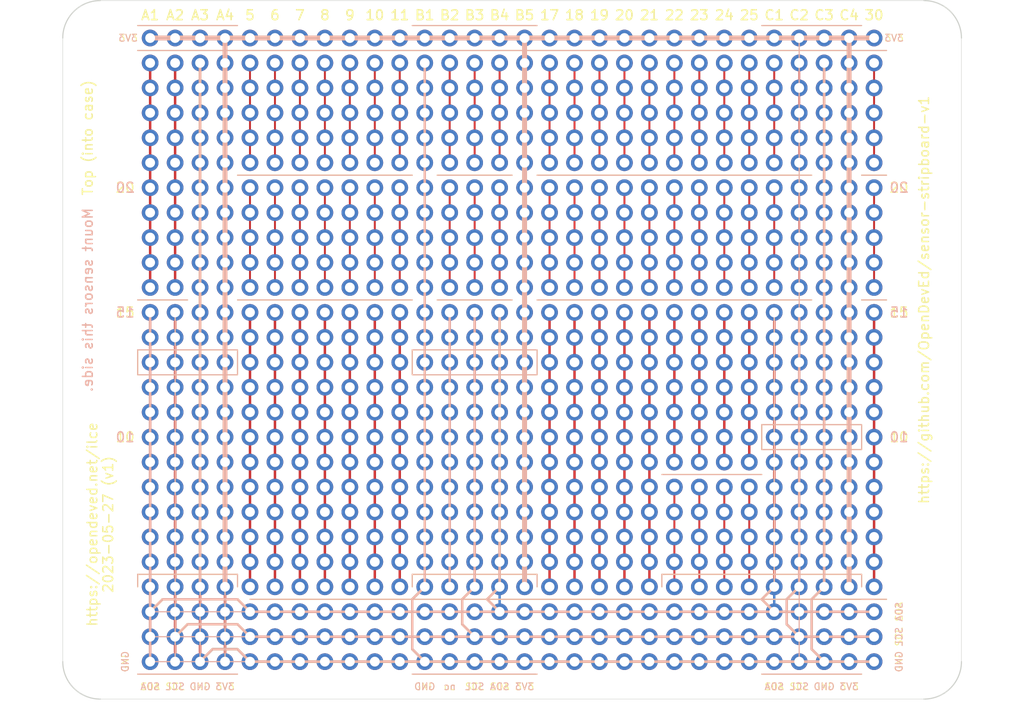
<source format=kicad_pcb>
(kicad_pcb (version 20211014) (generator pcbnew)
  (layers (0 "F.Cu" signal) (31 "B.Cu" signal) (34 "B.Paste" user) (35 "F.Paste" user) (36 "B.SilkS" user "B.Silkscreen") (37 "F.SilkS" user "F.Silkscreen") (38 "B.Mask" user) (39 "F.Mask" user) (44 "Edge.Cuts" user))
  (net 0 "")
  (net 1 "3V3")
  (net 2 "GND")
  (net 3 "SDA")
  (net 4 "SCL")
  (footprint "stripboard-library:PinHeader_1x26_P2.54mm_Vertical-Custom" (layer "F.Cu") (at 86.36 50.8)
    (fp_text reference "B4")
    (fp_text value "P")
  )
  (footprint "stripboard-library:PinHeader_1x26_P2.54mm_Vertical-Custom" (layer "F.Cu") (at 91.44 50.8)
    (fp_text reference "17")
    (fp_text value "P")
  )
  (footprint "stripboard-library:PinHeader_1x26_P2.54mm_Vertical-Custom" (layer "F.Cu") (at 114.3 50.8)
    (fp_text reference "C1")
    (fp_text value "P")
  )
  (footprint "stripboard-library:PinHeader_1x26_P2.54mm_Vertical-Custom" (layer "F.Cu") (at 111.76 50.8)
    (fp_text reference "25")
    (fp_text value "P")
  )
  (footprint "stripboard-library:PinHeader_1x26_P2.54mm_Vertical-Custom" (layer "F.Cu") (at 66.04 50.8)
    (fp_text reference "7")
    (fp_text value "P")
  )
  (footprint "stripboard-library:PinHeader_1x26_P2.54mm_Vertical-Custom" (layer "F.Cu") (at 71.12 50.8)
    (fp_text reference "9")
    (fp_text value "P")
  )
  (footprint "stripboard-library:PinHeader_1x26_P2.54mm_Vertical-Custom" (layer "F.Cu") (at 93.98 50.8)
    (fp_text reference "18")
    (fp_text value "P")
  )
  (footprint "stripboard-library:PinHeader_1x26_P2.54mm_Vertical-Custom" (layer "F.Cu") (at 88.9 50.8)
    (fp_text reference "B5")
    (fp_text value "P")
  )
  (footprint "stripboard-library:PinHeader_1x26_P2.54mm_Vertical-Custom" (layer "F.Cu") (at 53.34 50.8)
    (fp_text reference "A2")
    (fp_text value "P")
  )
  (footprint "MountingHole:MountingHole_2.7mm_M2.5" (layer "F.Cu") (at 45.72 114.3)
    (fp_text reference "REF**" hide)
    (fp_text value "MountingHole_2.7mm_M2.5")
  )
  (footprint "stripboard-library:PinHeader_1x26_P2.54mm_Vertical-Custom" (layer "F.Cu") (at 109.22 50.8)
    (fp_text reference "24")
    (fp_text value "P")
  )
  (footprint "stripboard-library:PinHeader_1x26_P2.54mm_Vertical-Custom" (layer "F.Cu") (at 58.42 50.8)
    (fp_text reference "A4")
    (fp_text value "P")
  )
  (footprint "stripboard-library:PinHeader_1x26_P2.54mm_Vertical-Custom" (layer "F.Cu") (at 63.5 50.8)
    (fp_text reference "6")
    (fp_text value "P")
  )
  (footprint "stripboard-library:PinHeader_1x26_P2.54mm_Vertical-Custom" (layer "F.Cu") (at 73.66 50.8)
    (fp_text reference "10")
    (fp_text value "P")
  )
  (footprint "stripboard-library:PinHeader_1x26_P2.54mm_Vertical-Custom" (layer "F.Cu") (at 68.58 50.8)
    (fp_text reference "8")
    (fp_text value "P")
  )
  (footprint "MountingHole:MountingHole_2.7mm_M2.5" (layer "F.Cu") (at 129.54 50.8)
    (fp_text reference "REF**" hide)
    (fp_text value "MountingHole_2.7mm_M2.5")
  )
  (footprint "stripboard-library:PinHeader_1x26_P2.54mm_Vertical-Custom" (layer "F.Cu") (at 124.46 50.8)
    (fp_text reference "30")
    (fp_text value "P")
  )
  (footprint "stripboard-library:PinHeader_1x26_P2.54mm_Vertical-Custom" (layer "F.Cu") (at 101.6 50.8)
    (fp_text reference "21")
    (fp_text value "P")
  )
  (footprint "stripboard-library:PinHeader_1x26_P2.54mm_Vertical-Custom" (layer "F.Cu") (at 104.14 50.8)
    (fp_text reference "22")
    (fp_text value "P")
  )
  (footprint "stripboard-library:PinHeader_1x26_P2.54mm_Vertical-Custom" (layer "F.Cu") (at 81.28 50.8)
    (fp_text reference "B2")
    (fp_text value "P")
  )
  (footprint "stripboard-library:PinHeader_1x26_P2.54mm_Vertical-Custom" (layer "F.Cu") (at 83.82 50.8)
    (fp_text reference "B3")
    (fp_text value "P")
  )
  (footprint "stripboard-library:PinHeader_1x26_P2.54mm_Vertical-Custom" (layer "F.Cu") (at 121.92 50.8)
    (fp_text reference "C4")
    (fp_text value "P")
  )
  (footprint "stripboard-library:PinHeader_1x26_P2.54mm_Vertical-Custom" (layer "F.Cu") (at 60.96 50.8)
    (fp_text reference "5")
    (fp_text value "P")
  )
  (footprint "stripboard-library:PinHeader_1x26_P2.54mm_Vertical-Custom" (layer "F.Cu") (at 99.06 50.8)
    (fp_text reference "20")
    (fp_text value "P")
  )
  (footprint "stripboard-library:PinHeader_1x26_P2.54mm_Vertical-Custom" (layer "F.Cu") (at 106.68 50.8)
    (fp_text reference "23")
    (fp_text value "P")
  )
  (footprint "MountingHole:MountingHole_2.7mm_M2.5" (layer "F.Cu") (at 129.54 114.3)
    (fp_text reference "REF**" hide)
    (fp_text value "MountingHole_2.7mm_M2.5")
  )
  (footprint "stripboard-library:PinHeader_1x26_P2.54mm_Vertical-Custom" (layer "F.Cu") (at 76.2 50.8)
    (fp_text reference "11")
    (fp_text value "P")
  )
  (footprint "stripboard-library:PinHeader_1x26_P2.54mm_Vertical-Custom" (layer "F.Cu") (at 116.84 50.8)
    (fp_text reference "C2")
    (fp_text value "P")
  )
  (footprint "stripboard-library:PinHeader_1x26_P2.54mm_Vertical-Custom" (layer "F.Cu") (at 119.38 50.8)
    (fp_text reference "C3")
    (fp_text value "P")
  )
  (footprint "MountingHole:MountingHole_2.7mm_M2.5" (layer "F.Cu") (at 45.72 50.8)
    (fp_text reference "REF**" hide)
    (fp_text value "MountingHole_2.7mm_M2.5")
  )
  (footprint "stripboard-library:PinHeader_1x26_P2.54mm_Vertical-Custom" (layer "F.Cu") (at 50.8 50.8)
    (fp_text reference "A1")
    (fp_text value "P")
  )
  (footprint "stripboard-library:PinHeader_1x26_P2.54mm_Vertical-Custom" (layer "F.Cu") (at 78.74 50.8)
    (fp_text reference "B1")
    (fp_text value "P")
  )
  (footprint "stripboard-library:PinHeader_1x26_P2.54mm_Vertical-Custom" (layer "F.Cu") (at 55.88 50.8)
    (fp_text reference "A3")
    (fp_text value "P")
  )
  (footprint "stripboard-library:PinHeader_1x26_P2.54mm_Vertical-Custom" (layer "F.Cu") (at 96.52 50.8)
    (fp_text reference "19")
    (fp_text value "P")
  )
  (gr_line (start 49.53 49.53) (end 59.69 49.53) (layer "B.SilkS") (width 0.12))
  (gr_line (start 118.11 77.47) (end 90.17 77.47) (layer "B.SilkS") (width 0.12))
  (gr_line (start 87.63 64.77) (end 80.01 64.77) (layer "B.SilkS") (width 0.12))
  (gr_line (start 119.38 106.68) (end 119.38 53.34) (layer "B.SilkS") (width 0.25))
  (gr_line (start 83.82 78.74) (end 83.82 106.68) (layer "B.SilkS") (width 0.25))
  (gr_line (start 118.11 107.95) (end 118.11 113.03) (layer "B.SilkS") (width 0.25))
  (gr_line (start 124.46 111.76) (end 60.96 111.76) (layer "B.SilkS") (width 0.25))
  (gr_line (start 125.73 52.07) (end 49.53 52.07) (layer "B.SilkS") (width 0.12))
  (gr_line (start 113.03 115.57) (end 123.19 115.57) (layer "B.SilkS") (width 0.12))
  (gr_line (start 77.47 106.68) (end 77.47 105.41) (layer "B.SilkS") (width 0.12))
  (gr_line (start 60.96 114.3) (end 124.46 114.3) (layer "B.SilkS") (width 0.25))
  (gr_line (start 115.57 107.95) (end 115.57 110.49) (layer "B.SilkS") (width 0.25))
  (gr_line (start 77.47 115.57) (end 90.17 115.57) (layer "B.SilkS") (width 0.12))
  (gr_line (start 118.11 64.77) (end 90.17 64.77) (layer "B.SilkS") (width 0.12))
  (gr_line (start 59.69 113.03) (end 57.15 113.03) (layer "B.SilkS") (width 0.25))
  (gr_line (start 58.42 106.68) (end 58.42 114.3) (layer "B.SilkS") (width 0.12))
  (gr_line (start 55.88 53.34) (end 55.88 106.68) (layer "B.SilkS") (width 0.25))
  (gr_line (start 53.34 111.76) (end 54.61 110.49) (layer "B.SilkS") (width 0.25))
  (gr_line (start 114.3 106.68) (end 113.03 107.95) (layer "B.SilkS") (width 0.25))
  (gr_line (start 116.84 106.68) (end 115.57 107.95) (layer "B.SilkS") (width 0.25))
  (gr_line (start 102.87 106.68) (end 102.87 105.41) (layer "B.SilkS") (width 0.12))
  (gr_line (start 124.46 107.95) (end 123.19 107.95) (layer "B.SilkS") (width 0.12))
  (gr_line (start 78.74 106.68) (end 78.74 53.34) (layer "B.SilkS") (width 0.25))
  (gr_line (start 60.96 114.3) (end 59.69 113.03) (layer "B.SilkS") (width 0.25))
  (gr_line (start 116.84 106.68) (end 116.84 78.74) (layer "B.SilkS") (width 0.25))
  (gr_line (start 49.53 105.41) (end 59.69 105.41) (layer "B.SilkS") (width 0.12))
  (gr_line (start 78.74 106.68) (end 77.47 107.95) (layer "B.SilkS") (width 0.25))
  (gr_line (start 77.47 107.95) (end 77.47 113.03) (layer "B.SilkS") (width 0.25))
  (gr_line (start 77.47 105.41) (end 90.17 105.41) (layer "B.SilkS") (width 0.12))
  (gr_line (start 60.96 109.22) (end 59.69 107.95) (layer "B.SilkS") (width 0.25))
  (gr_line (start 55.88 106.68) (end 55.88 114.3) (layer "B.SilkS") (width 0.12))
  (gr_line (start 53.34 106.68) (end 53.34 78.74) (layer "B.SilkS") (width 0.12))
  (gr_line (start 82.55 110.49) (end 83.82 111.76) (layer "B.SilkS") (width 0.25))
  (gr_line (start 87.63 77.47) (end 80.01 77.47) (layer "B.SilkS") (width 0.12))
  (gr_line (start 53.34 106.68) (end 53.34 114.3) (layer "B.SilkS") (width 0.12))
  (gr_line (start 118.11 113.03) (end 119.38 114.3) (layer "B.SilkS") (width 0.25))
  (gr_line (start 86.36 106.68) (end 86.36 78.74) (layer "B.SilkS") (width 0.25))
  (gr_line (start 115.57 110.49) (end 116.84 111.76) (layer "B.SilkS") (width 0.25))
  (gr_line (start 123.19 77.47) (end 125.73 77.47) (layer "B.SilkS") (width 0.12))
  (gr_line (start 58.42 106.68) (end 58.42 50.8) (layer "B.SilkS") (width 0.5))
  (gr_line (start 59.69 107.95) (end 52.07 107.95) (layer "B.SilkS") (width 0.25))
  (gr_line (start 59.69 110.49) (end 60.96 111.76) (layer "B.SilkS") (width 0.25))
  (gr_line (start 102.87 95.25) (end 113.03 95.25) (layer "B.SilkS") (width 0.12))
  (gr_line (start 123.19 64.77) (end 125.73 64.77) (layer "B.SilkS") (width 0.12))
  (gr_line (start 77.47 113.03) (end 78.74 114.3) (layer "B.SilkS") (width 0.25))
  (gr_line (start 55.88 114.3) (end 57.15 113.03) (layer "B.SilkS") (width 0.25))
  (gr_line (start 77.47 64.77) (end 59.69 64.77) (layer "B.SilkS") (width 0.12))
  (gr_line (start 50.8 50.8) (end 124.46 50.8) (layer "B.SilkS") (width 0.5))
  (gr_line (start 102.87 105.41) (end 123.19 105.41) (layer "B.SilkS") (width 0.12))
  (gr_line (start 50.8 78.74) (end 50.8 114.3) (layer "B.SilkS") (width 0.12))
  (gr_rect (start 77.47 82.55) (end 90.17 85.09) (layer "B.SilkS") (width 0.12) (fill none))
  (gr_rect (start 49.53 82.55) (end 59.69 85.09) (layer "B.SilkS") (width 0.12) (fill none))
  (gr_line (start 85.09 107.95) (end 86.36 106.68) (layer "B.SilkS") (width 0.25))
  (gr_line (start 77.47 77.47) (end 59.69 77.47) (layer "B.SilkS") (width 0.12))
  (gr_line (start 54.61 77.47) (end 49.53 77.47) (layer "B.SilkS") (width 0.12))
  (gr_line (start 52.07 107.95) (end 50.8 109.22) (layer "B.SilkS") (width 0.25))
  (gr_rect (start 123.19 92.71) (end 113.03 90.17) (layer "B.SilkS") (width 0.12) (fill none))
  (gr_line (start 121.92 50.8) (end 121.92 106.68) (layer "B.SilkS") (width 0.5))
  (gr_line (start 113.03 49.53) (end 123.19 49.53) (layer "B.SilkS") (width 0.12))
  (gr_line (start 85.09 107.95) (end 86.36 109.22) (layer "B.SilkS") (width 0.25))
  (gr_line (start 114.3 78.74) (end 114.3 106.68) (layer "B.SilkS") (width 0.12))
  (gr_line (start 49.53 115.57) (end 59.69 115.57) (layer "B.SilkS") (width 0.12))
  (gr_line (start 114.3 109.22) (end 113.03 107.95) (layer "B.SilkS") (width 0.25))
  (gr_line (start 60.96 109.22) (end 124.46 109.22) (layer "B.SilkS") (width 0.25))
  (gr_line (start 50.8 50.8) (end 124.46 50.8) (layer "B.SilkS") (width 0.12))
  (gr_line (start 114.3 111.76) (end 50.8 111.76) (layer "B.SilkS") (width 0.12))
  (gr_line (start 88.9 106.68) (end 88.9 50.8) (layer "B.SilkS") (width 0.5))
  (gr_line (start 119.38 106.68) (end 118.11 107.95) (layer "B.SilkS") (width 0.25))
  (gr_line (start 114.3 109.22) (end 50.8 109.22) (layer "B.SilkS") (width 0.12))
  (gr_line (start 50.8 114.3) (end 50.8 78.74) (layer "B.SilkS") (width 0.25))
  (gr_line (start 81.28 106.68) (end 81.28 78.74) (layer "B.SilkS") (width 0.25))
  (gr_line (start 77.47 49.53) (end 90.17 49.53) (layer "B.SilkS") (width 0.12))
  (gr_line (start 59.69 105.41) (end 59.69 106.68) (layer "B.SilkS") (width 0.12))
  (gr_line (start 49.53 106.68) (end 49.53 105.41) (layer "B.SilkS") (width 0.12))
  (gr_line (start 116.84 114.3) (end 116.84 50.8) (layer "B.SilkS") (width 0.12))
  (gr_line (start 121.92 106.68) (end 121.92 53.34) (layer "B.SilkS") (width 0.25))
  (gr_line (start 59.69 110.49) (end 54.61 110.49) (layer "B.SilkS") (width 0.25))
  (gr_line (start 123.19 106.68) (end 123.19 105.41) (layer "B.SilkS") (width 0.12))
  (gr_line (start 83.82 106.68) (end 82.55 107.95) (layer "B.SilkS") (width 0.25))
  (gr_line (start 82.55 107.95) (end 82.55 110.49) (layer "B.SilkS") (width 0.25))
  (gr_line (start 50.8 114.3) (end 114.3 114.3) (layer "B.SilkS") (width 0.12))
  (gr_line (start 125.73 107.95) (end 60.96 107.95) (layer "B.SilkS") (width 0.12))
  (gr_line (start 90.17 105.41) (end 90.17 106.68) (layer "B.SilkS") (width 0.12))
  (gr_line (start 90.17 105.41) (end 90.17 106.68) (layer "F.SilkS") (width 0.12))
  (gr_line (start 114.3 106.68) (end 113.03 107.95) (layer "F.SilkS") (width 0.25))
  (gr_line (start 49.53 105.41) (end 59.69 105.41) (layer "F.SilkS") (width 0.12))
  (gr_line (start 49.53 49.53) (end 59.69 49.53) (layer "F.SilkS") (width 0.12))
  (gr_line (start 114.3 109.22) (end 113.03 107.95) (layer "F.SilkS") (width 0.25))
  (gr_line (start 121.92 106.68) (end 121.92 53.34) (layer "F.SilkS") (width 0.25))
  (gr_line (start 60.96 114.3) (end 59.69 113.03) (layer "F.SilkS") (width 0.25))
  (gr_line (start 49.53 115.57) (end 59.69 115.57) (layer "F.SilkS") (width 0.12))
  (gr_rect (start 49.53 82.55) (end 59.69 85.09) (layer "F.SilkS") (width 0.12) (fill none))
  (gr_line (start 77.47 49.53) (end 90.17 49.53) (layer "F.SilkS") (width 0.12))
  (gr_line (start 115.57 110.49) (end 116.84 111.76) (layer "F.SilkS") (width 0.25))
  (gr_line (start 87.63 77.47) (end 80.01 77.47) (layer "F.SilkS") (width 0.12))
  (gr_line (start 114.3 109.22) (end 60.96 109.22) (layer "F.SilkS") (width 0.12))
  (gr_line (start 83.82 78.74) (end 83.82 106.68) (layer "F.SilkS") (width 0.12))
  (gr_line (start 125.73 107.95) (end 60.96 107.95) (layer "F.SilkS") (width 0.12))
  (gr_line (start 88.9 106.68) (end 88.9 50.8) (layer "F.SilkS") (width 0.5))
  (gr_rect (start 77.47 82.55) (end 90.17 85.09) (layer "F.SilkS") (width 0.12) (fill none))
  (gr_rect (start 123.19 92.71) (end 113.03 90.17) (layer "F.SilkS") (width 0.12) (fill none))
  (gr_line (start 50.8 78.74) (end 50.8 114.3) (layer "F.SilkS") (width 0.12))
  (gr_line (start 60.96 109.22) (end 59.69 107.95) (layer "F.SilkS") (width 0.25))
  (gr_line (start 58.42 106.68) (end 58.42 114.3) (layer "F.SilkS") (width 0.12))
  (gr_line (start 77.47 113.03) (end 78.74 114.3) (layer "F.SilkS") (width 0.25))
  (gr_line (start 60.96 109.22) (end 124.46 109.22) (layer "F.SilkS") (width 0.12))
  (gr_line (start 52.07 107.95) (end 50.8 109.22) (layer "F.SilkS") (width 0.25))
  (gr_line (start 82.55 107.95) (end 82.55 110.49) (layer "F.SilkS") (width 0.25))
  (gr_line (start 50.8 50.8) (end 124.46 50.8) (layer "F.SilkS") (width 0.5))
  (gr_line (start 116.84 106.68) (end 115.57 107.95) (layer "F.SilkS") (width 0.25))
  (gr_line (start 49.53 106.68) (end 49.53 105.41) (layer "F.SilkS") (width 0.12))
  (gr_line (start 118.11 77.47) (end 90.17 77.47) (layer "F.SilkS") (width 0.12))
  (gr_line (start 116.84 106.68) (end 116.84 78.74) (layer "F.SilkS") (width 0.12))
  (gr_line (start 87.63 64.77) (end 80.01 64.77) (layer "F.SilkS") (width 0.12))
  (gr_line (start 85.09 107.95) (end 86.36 109.22) (layer "F.SilkS") (width 0.25))
  (gr_line (start 121.92 50.8) (end 121.92 106.68) (layer "F.SilkS") (width 0.5))
  (gr_line (start 119.38 106.68) (end 119.38 53.34) (layer "F.SilkS") (width 0.25))
  (gr_line (start 82.55 110.49) (end 83.82 111.76) (layer "F.SilkS") (width 0.25))
  (gr_line (start 77.47 64.77) (end 59.69 64.77) (layer "F.SilkS") (width 0.12))
  (gr_line (start 77.47 105.41) (end 90.17 105.41) (layer "F.SilkS") (width 0.12))
  (gr_line (start 60.96 114.3) (end 124.46 114.3) (layer "F.SilkS") (width 0.25))
  (gr_line (start 125.73 52.07) (end 49.53 52.07) (layer "F.SilkS") (width 0.12))
  (gr_line (start 55.88 106.68) (end 55.88 114.3) (layer "F.SilkS") (width 0.12))
  (gr_line (start 118.11 113.03) (end 119.38 114.3) (layer "F.SilkS") (width 0.25))
  (gr_line (start 55.88 114.3) (end 57.15 113.03) (layer "F.SilkS") (width 0.25))
  (gr_line (start 59.69 110.49) (end 60.96 111.76) (layer "F.SilkS") (width 0.25))
  (gr_line (start 54.61 77.47) (end 49.53 77.47) (layer "F.SilkS") (width 0.12))
  (gr_line (start 77.47 107.95) (end 77.47 113.03) (layer "F.SilkS") (width 0.25))
  (gr_line (start 115.57 107.95) (end 115.57 110.49) (layer "F.SilkS") (width 0.25))
  (gr_line (start 123.19 106.68) (end 123.19 105.41) (layer "F.SilkS") (width 0.12))
  (gr_line (start 118.11 64.77) (end 90.17 64.77) (layer "F.SilkS") (width 0.12))
  (gr_line (start 50.8 50.8) (end 124.46 50.8) (layer "F.SilkS") (width 0.12))
  (gr_line (start 102.87 105.41) (end 123.19 105.41) (layer "F.SilkS") (width 0.12))
  (gr_line (start 55.88 53.34) (end 55.88 106.68) (layer "F.SilkS") (width 0.25))
  (gr_line (start 124.46 111.76) (end 60.96 111.76) (layer "F.SilkS") (width 0.12))
  (gr_line (start 86.36 106.68) (end 86.36 78.74) (layer "F.SilkS") (width 0.25))
  (gr_line (start 59.69 113.03) (end 57.15 113.03) (layer "F.SilkS") (width 0.25))
  (gr_line (start 59.69 110.49) (end 54.61 110.49) (layer "F.SilkS") (width 0.25))
  (gr_line (start 53.34 106.68) (end 53.34 78.74) (layer "F.SilkS") (width 0.12))
  (gr_line (start 124.46 107.95) (end 123.19 107.95) (layer "F.SilkS") (width 0.12))
  (gr_line (start 58.42 106.68) (end 58.42 50.8) (layer "F.SilkS") (width 0.5))
  (gr_line (start 59.69 105.41) (end 59.69 106.68) (layer "F.SilkS") (width 0.12))
  (gr_line (start 83.82 106.68) (end 82.55 107.95) (layer "F.SilkS") (width 0.25))
  (gr_line (start 119.38 106.68) (end 119.38 53.34) (layer "F.SilkS") (width 0.12))
  (gr_line (start 53.34 111.76) (end 54.61 110.49) (layer "F.SilkS") (width 0.25))
  (gr_line (start 114.3 78.74) (end 114.3 106.68) (layer "F.SilkS") (width 0.12))
  (gr_line (start 102.87 106.68) (end 102.87 105.41) (layer "F.SilkS") (width 0.12))
  (gr_line (start 59.69 107.95) (end 52.07 107.95) (layer "F.SilkS") (width 0.25))
  (gr_line (start 123.19 64.77) (end 125.73 64.77) (layer "F.SilkS") (width 0.12))
  (gr_line (start 77.47 115.57) (end 90.17 115.57) (layer "F.SilkS") (width 0.12))
  (gr_line (start 77.47 77.47) (end 59.69 77.47) (layer "F.SilkS") (width 0.12))
  (gr_line (start 85.09 107.95) (end 86.36 106.68) (layer "F.SilkS") (width 0.25))
  (gr_line (start 78.74 106.68) (end 78.74 53.34) (layer "F.SilkS") (width 0.25))
  (gr_line (start 123.19 77.47) (end 125.73 77.47) (layer "F.SilkS") (width 0.12))
  (gr_line (start 118.11 107.95) (end 118.11 113.03) (layer "F.SilkS") (width 0.25))
  (gr_line (start 78.74 106.68) (end 77.47 107.95) (layer "F.SilkS") (width 0.25))
  (gr_line (start 53.34 106.68) (end 53.34 114.3) (layer "F.SilkS") (width 0.12))
  (gr_line (start 113.03 115.57) (end 123.19 115.57) (layer "F.SilkS") (width 0.12))
  (gr_line (start 113.03 49.53) (end 123.19 49.53) (layer "F.SilkS") (width 0.12))
  (gr_line (start 102.87 95.25) (end 113.03 95.25) (layer "F.SilkS") (width 0.12))
  (gr_line (start 77.47 106.68) (end 77.47 105.41) (layer "F.SilkS") (width 0.12))
  (gr_line (start 119.38 106.68) (end 118.11 107.95) (layer "F.SilkS") (width 0.25))
  (gr_line (start 41.91 114.3) (end 41.91 50.8) (layer "Edge.Cuts") (width 0.05))
  (gr_arc (start 129.54 46.99) (mid 132.234077 48.105923) (end 133.35 50.8) (layer "Edge.Cuts") (width 0.12))
  (gr_line (start 45.72 46.99) (end 129.54 46.99) (layer "Edge.Cuts") (width 0.05))
  (gr_line (start 133.35 114.3) (end 133.35 50.8) (layer "Edge.Cuts") (width 0.05))
  (gr_arc (start 133.35 114.3) (mid 132.234077 116.994077) (end 129.54 118.11) (layer "Edge.Cuts") (width 0.12))
  (gr_arc (start 41.91 50.8) (mid 43.025923 48.105923) (end 45.72 46.99) (layer "Edge.Cuts") (width 0.12))
  (gr_line (start 45.72 118.11) (end 129.54 118.11) (layer "Edge.Cuts") (width 0.05))
  (gr_arc (start 45.72 118.11) (mid 43.025923 116.994077) (end 41.91 114.3) (layer "Edge.Cuts") (width 0.12))
  (gr_text "GND" (at 78.74 116.84) (layer "B.SilkS") (effects (font (size 0.7 0.7) (thickness 0.1)) (justify mirror)))
  (gr_text "10" (at 48.26 91.44) (layer "B.SilkS") (effects (font (size 1 1)) (justify mirror)))
  (gr_text "15" (at 48.26 78.74) (layer "B.SilkS") (effects (font (size 1 1)) (justify mirror)))
  (gr_text "GND" (at 55.88 116.84) (layer "B.SilkS") (effects (font (size 0.7 0.7) (thickness 0.1)) (justify mirror)))
  (gr_text "SCL" (at 83.82 116.84) (layer "B.SilkS") (effects (font (size 0.7 0.7) (thickness 0.1)) (justify mirror)))
  (gr_text "SCL" (at 116.84 116.84) (layer "B.SilkS") (effects (font (size 0.7 0.7) (thickness 0.1)) (justify mirror)))
  (gr_text "GND" (at 48.26 114.3 90) (layer "B.SilkS") (effects (font (size 0.7 0.7) (thickness 0.1)) (justify mirror)))
  (gr_text "20" (at 48.26 66.04) (layer "B.SilkS") (effects (font (size 1 1)) (justify mirror)))
  (gr_text "SDA" (at 50.8 116.84) (layer "B.SilkS") (effects (font (size 0.7 0.7) (thickness 0.1)) (justify mirror)))
  (gr_text "3V3" (at 58.42 116.84) (layer "B.SilkS") (effects (font (size 0.7 0.7) (thickness 0.1)) (justify mirror)))
  (gr_text "SDA" (at 127 109.22 90) (layer "B.SilkS") (effects (font (size 0.7 0.7) (thickness 0.1)) (justify mirror)))
  (gr_text "nc" (at 81.28 116.84) (layer "B.SilkS") (effects (font (size 0.7 0.7) (thickness 0.1)) (justify mirror)))
  (gr_text "3V3" (at 88.9 116.84) (layer "B.SilkS") (effects (font (size 0.7 0.7) (thickness 0.1)) (justify mirror)))
  (gr_text "10" (at 127 91.44) (layer "B.SilkS") (effects (font (size 1 1)) (justify mirror)))
  (gr_text "15" (at 127 78.74) (layer "B.SilkS") (effects (font (size 1 1)) (justify mirror)))
  (gr_text "SDA" (at 114.3 116.84) (layer "B.SilkS") (effects (font (size 0.7 0.7) (thickness 0.1)) (justify mirror)))
  (gr_text "20" (at 127 66.04) (layer "B.SilkS") (effects (font (size 1 1)) (justify mirror)))
  (gr_text "Mount sensors this side." (at 44.45 77.47 90) (layer "B.SilkS") (effects (font (size 1 1)) (justify mirror)))
  (gr_text "3V3" (at 126.5 50.8) (layer "B.SilkS") (effects (font (size 0.7 0.7) (thickness 0.1)) (justify mirror)))
  (gr_text "GND" (at 119.38 116.84) (layer "B.SilkS") (effects (font (size 0.7 0.7) (thickness 0.1)) (justify mirror)))
  (gr_text "SCL" (at 53.34 116.84) (layer "B.SilkS") (effects (font (size 0.7 0.7) (thickness 0.1)) (justify mirror)))
  (gr_text "SDA" (at 86.36 116.84) (layer "B.SilkS") (effects (font (size 0.7 0.7) (thickness 0.1)) (justify mirror)))
  (gr_text "3V3" (at 121.92 116.84) (layer "B.SilkS") (effects (font (size 0.7 0.7) (thickness 0.1)) (justify mirror)))
  (gr_text "SCL" (at 127 111.76 90) (layer "B.SilkS") (effects (font (size 0.7 0.7) (thickness 0.1)) (justify mirror)))
  (gr_text "GND" (at 127 114.3 90) (layer "B.SilkS") (effects (font (size 0.7 0.7) (thickness 0.1)) (justify mirror)))
  (gr_text "3V3" (at 48.56 50.8) (layer "B.SilkS") (effects (font (size 0.7 0.7) (thickness 0.1)) (justify mirror)))
  (gr_text "SDA" (at 86.36 116.84) (layer "F.SilkS") (effects (font (size 0.7 0.7) (thickness 0.1))))
  (gr_text "SCL" (at 127 111.76 90) (layer "F.SilkS") (effects (font (size 0.7 0.7) (thickness 0.1))))
  (gr_text "3V3" (at 126.5 50.8) (layer "F.SilkS") (effects (font (size 0.7 0.7) (thickness 0.1))))
  (gr_text "GND" (at 48.26 114.3 90) (layer "F.SilkS") (effects (font (size 0.7 0.7) (thickness 0.1))))
  (gr_text "GND" (at 55.88 116.84) (layer "F.SilkS") (effects (font (size 0.7 0.7) (thickness 0.1))))
  (gr_text "SDA" (at 114.3 116.84) (layer "F.SilkS") (effects (font (size 0.7 0.7) (thickness 0.1))))
  (gr_text "20" (at 127 66.04) (layer "F.SilkS") (effects (font (size 1 1))))
  (gr_text "https://opendeved.net/ilce\n2023-05-27 (v1)" (at 45.72 100.33 90) (layer "F.SilkS") (effects (font (size 1 1))))
  (gr_text "GND" (at 78.74 116.84) (layer "F.SilkS") (effects (font (size 0.7 0.7) (thickness 0.1))))
  (gr_text "15" (at 48.26 78.74) (layer "F.SilkS") (effects (font (size 1 1))))
  (gr_text "SCL" (at 83.82 116.84) (layer "F.SilkS") (effects (font (size 0.7 0.7) (thickness 0.1))))
  (gr_text "3V3" (at 48.56 50.8) (layer "F.SilkS") (effects (font (size 0.7 0.7) (thickness 0.1))))
  (gr_text "10" (at 48.26 91.44) (layer "F.SilkS") (effects (font (size 1 1))))
  (gr_text "20" (at 48.26 66.04) (layer "F.SilkS") (effects (font (size 1 1))))
  (gr_text "3V3" (at 58.42 116.84) (layer "F.SilkS") (effects (font (size 0.7 0.7) (thickness 0.1))))
  (gr_text "10" (at 127 91.44) (layer "F.SilkS") (effects (font (size 1 1))))
  (gr_text "nc" (at 81.28 116.84) (layer "F.SilkS") (effects (font (size 0.7 0.7) (thickness 0.1))))
  (gr_text "SDA" (at 127 109.22 90) (layer "F.SilkS") (effects (font (size 0.7 0.7) (thickness 0.1))))
  (gr_text "3V3" (at 121.92 116.84) (layer "F.SilkS") (effects (font (size 0.7 0.7) (thickness 0.1))))
  (gr_text "https://github.com/OpenDevEd/sensor-stripboard-v1" (at 129.54 77.47 90) (layer "F.SilkS") (effects (font (size 1 1))))
  (gr_text "SCL" (at 53.34 116.84) (layer "F.SilkS") (effects (font (size 0.7 0.7) (thickness 0.1))))
  (gr_text "GND" (at 127 114.3 90) (layer "F.SilkS") (effects (font (size 0.7 0.7) (thickness 0.1))))
  (gr_text "SCL" (at 116.84 116.84) (layer "F.SilkS") (effects (font (size 0.7 0.7) (thickness 0.1))))
  (gr_text "3V3" (at 88.9 116.84) (layer "F.SilkS") (effects (font (size 0.7 0.7) (thickness 0.1))))
  (gr_text "15" (at 127 78.74) (layer "F.SilkS") (effects (font (size 1 1))))
  (gr_text "GND" (at 119.38 116.84) (layer "F.SilkS") (effects (font (size 0.7 0.7) (thickness 0.1))))
  (gr_text "Top (into case)" (at 44.45 60.96 90) (layer "F.SilkS") (effects (font (size 1 1))))
  (gr_text "SDA" (at 50.8 116.84) (layer "F.SilkS") (effects (font (size 0.7 0.7) (thickness 0.1))))
  (segment (start 76.2 78.74) (end 76.2 106.68) (width 0.25) (layer "F.Cu") (net 0))
  (segment (start 71.12 66.04) (end 71.12 76.2) (width 0.2) (layer "F.Cu") (net 0))
  (segment (start 63.5 66.04) (end 63.5 76.2) (width 0.2) (layer "F.Cu") (net 0))
  (segment (start 53.34 53.34) (end 53.34 76.2) (width 0.25) (layer "F.Cu") (net 0))
  (segment (start 111.76 106.68) (end 111.76 96.52) (width 0.2) (layer "F.Cu") (net 0))
  (segment (start 83.82 53.34) (end 83.82 63.5) (width 0.2) (layer "F.Cu") (net 0))
  (segment (start 104.14 66.04) (end 104.14 76.2) (width 0.2) (layer "F.Cu") (net 0))
  (segment (start 93.98 63.5) (end 93.98 53.34) (width 0.2) (layer "F.Cu") (net 0))
  (segment (start 109.22 53.34) (end 109.22 63.5) (width 0.2) (layer "F.Cu") (net 0))
  (segment (start 106.68 78.74) (end 106.68 93.98) (width 0.25) (layer "F.Cu") (net 0))
  (segment (start 111.76 78.74) (end 111.76 93.98) (width 0.25) (layer "F.Cu") (net 0))
  (segment (start 96.52 76.2) (end 96.52 66.04) (width 0.2) (layer "F.Cu") (net 0))
  (segment (start 86.36 66.04) (end 86.36 76.2) (width 0.2) (layer "F.Cu") (net 0))
  (segment (start 93.98 66.04) (end 93.98 76.2) (width 0.2) (layer "F.Cu") (net 0))
  (segment (start 116.84 53.34) (end 116.84 63.5) (width 0.2) (layer "F.Cu") (net 0))
  (segment (start 73.66 66.04) (end 73.66 76.2) (width 0.2) (layer "F.Cu") (net 0))
  (segment (start 76.2 66.04) (end 76.2 76.2) (width 0.2) (layer "F.Cu") (net 0))
  (segment (start 124.46 66.04) (end 124.46 76.2) (width 0.2) (layer "F.Cu") (net 0))
  (segment (start 96.52 53.34) (end 96.52 63.5) (width 0.2) (layer "F.Cu") (net 0))
  (segment (start 66.04 78.74) (end 66.04 106.68) (width 0.25) (layer "F.Cu") (net 0))
  (segment (start 104.14 53.34) (end 104.14 63.5) (width 0.2) (layer "F.Cu") (net 0))
  (segment (start 68.58 53.34) (end 68.58 63.5) (width 0.2) (layer "F.Cu") (net 0))
  (segment (start 91.44 78.74) (end 91.44 106.68) (width 0.25) (layer "F.Cu") (net 0))
  (segment (start 124.46 106.68) (end 124.46 78.74) (width 0.25) (layer "F.Cu") (net 0))
  (segment (start 86.36 53.34) (end 86.36 63.5) (width 0.2) (layer "F.Cu") (net 0))
  (segment (start 124.46 53.34) (end 124.46 63.5) (width 0.2) (layer "F.Cu") (net 0))
  (segment (start 101.6 63.5) (end 101.6 53.34) (width 0.2) (layer "F.Cu") (net 0))
  (segment (start 101.6 76.2) (end 101.6 66.04) (width 0.2) (layer "F.Cu") (net 0))
  (segment (start 96.52 78.74) (end 96.52 106.68) (width 0.25) (layer "F.Cu") (net 0))
  (segment (start 71.12 53.34) (end 71.12 63.5) (width 0.2) (layer "F.Cu") (net 0))
  (segment (start 71.12 78.74) (end 71.12 106.68) (width 0.25) (layer "F.Cu") (net 0))
  (segment (start 109.22 66.04) (end 109.22 76.2) (width 0.2) (layer "F.Cu") (net 0))
  (segment (start 99.06 66.04) (end 99.06 76.2) (width 0.2) (layer "F.Cu") (net 0))
  (segment (start 76.2 53.34) (end 76.2 63.5) (width 0.2) (layer "F.Cu") (net 0))
  (segment (start 99.06 53.34) (end 99.06 63.5) (width 0.2) (layer "F.Cu") (net 0))
  (segment (start 81.28 78.74) (end 81.28 106.68) (width 0.25) (layer "F.Cu") (net 0))
  (segment (start 104.14 96.52) (end 104.14 106.68) (width 0.2) (layer "F.Cu") (net 0))
  (segment (start 81.28 53.34) (end 81.28 63.5) (width 0.2) (layer "F.Cu") (net 0))
  (segment (start 109.22 93.98) (end 109.22 78.74) (width 0.25) (layer "F.Cu") (net 0))
  (segment (start 60.96 66.04) (end 60.96 76.2) (width 0.2) (layer "F.Cu") (net 0))
  (segment (start 63.5 53.34) (end 63.5 63.5) (width 0.2) (layer "F.Cu") (net 0))
  (segment (start 63.5 78.74) (end 63.5 106.68) (width 0.25) (layer "F.Cu") (net 0))
  (segment (start 106.68 106.68) (end 106.68 96.52) (width 0.2) (layer "F.Cu") (net 0))
  (segment (start 111.76 76.2) (end 111.76 66.04) (width 0.2) (layer "F.Cu") (net 0))
  (segment (start 60.96 78.74) (end 60.96 106.68) (width 0.25) (layer "F.Cu") (net 0))
  (segment (start 93.98 106.68) (end 93.98 78.74) (width 0.25) (layer "F.Cu") (net 0))
  (segment (start 114.3 53.34) (end 114.3 63.5) (width 0.2) (layer "F.Cu") (net 0))
  (segment (start 101.6 78.74) (end 101.6 106.68) (width 0.25) (layer "F.Cu") (net 0))
  (segment (start 83.82 66.04) (end 83.82 76.2) (width 0.2) (layer "F.Cu") (net 0))
  (segment (start 104.14 93.98) (end 104.14 78.74) (width 0.25) (layer "F.Cu") (net 0))
  (segment (start 114.3 66.04) (end 114.3 76.2) (width 0.2) (layer "F.Cu") (net 0))
  (segment (start 73.66 78.74) (end 73.66 106.68) (width 0.25) (layer "F.Cu") (net 0))
  (segment (start 91.44 66.04) (end 91.44 76.2) (width 0.2) (layer "F.Cu") (net 0))
  (segment (start 68.58 66.04) (end 68.58 76.2) (width 0.2) (layer "F.Cu") (net 0))
  (segment (start 99.06 106.68) (end 99.06 78.74) (width 0.25) (layer "F.Cu") (net 0))
  (segment (start 106.68 76.2) (end 106.68 66.04) (width 0.2) (layer "F.Cu") (net 0))
  (segment (start 66.04 53.34) (end 66.04 63.5) (width 0.2) (layer "F.Cu") (net 0))
  (segment (start 106.68 63.5) (end 106.68 53.34) (width 0.2) (layer "F.Cu") (net 0))
  (segment (start 73.66 53.34) (end 73.66 63.5) (width 0.2) (layer "F.Cu") (net 0))
  (segment (start 111.76 63.5) (end 111.76 53.34) (width 0.2) (layer "F.Cu") (net 0))
  (segment (start 116.84 66.04) (end 116.84 76.2) (width 0.2) (layer "F.Cu") (net 0))
  (segment (start 66.04 66.04) (end 66.04 76.2) (width 0.2) (layer "F.Cu") (net 0))
  (segment (start 60.96 53.34) (end 60.96 63.5) (width 0.2) (layer "F.Cu") (net 0))
  (segment (start 109.22 96.52) (end 109.22 106.68) (width 0.2) (layer "F.Cu") (net 0))
  (segment (start 68.58 78.74) (end 68.58 106.68) (width 0.25) (layer "F.Cu") (net 0))
  (segment (start 50.8 53.34) (end 50.8 76.2) (width 0.25) (layer "F.Cu") (net 0))
  (segment (start 91.44 53.34) (end 91.44 63.5) (width 0.2) (layer "F.Cu") (net 0))
  (segment (start 81.28 66.04) (end 81.28 76.2) (width 0.2) (layer "F.Cu") (net 0))
  (segment (start 121.92 50.8) (end 121.92 106.68) (width 0.25) (layer "F.Cu") (net 1))
  (segment (start 50.8 50.8) (end 124.46 50.8) (width 0.25) (layer "F.Cu") (net 1))
  (segment (start 88.9 106.68) (end 88.9 50.8) (width 0.25) (layer "F.Cu") (net 1))
  (segment (start 58.42 114.3) (end 58.42 106.68) (width 0.25) (layer "F.Cu") (net 1))
  (segment (start 58.42 50.8) (end 58.42 106.68) (width 0.25) (layer "F.Cu") (net 1))
  (segment (start 60.96 114.3) (end 124.46 114.3) (width 0.25) (layer "F.Cu") (net 2))
  (segment (start 55.88 78.74) (end 55.88 111.76) (width 0.25) (layer "F.Cu") (net 2))
  (segment (start 55.88 53.34) (end 55.88 78.74) (width 0.25) (layer "F.Cu") (net 2))
  (segment (start 119.38 106.68) (end 119.38 53.34) (width 0.25) (layer "F.Cu") (net 2))
  (segment (start 78.74 106.68) (end 78.74 53.34) (width 0.25) (layer "F.Cu") (net 2))
  (segment (start 55.88 114.3) (end 55.88 111.76) (width 0.25) (layer "F.Cu") (net 2))
  (segment (start 77.47 113.03) (end 78.74 114.3) (width 0.25) (layer "B.Cu") (net 2))
  (segment (start 78.74 106.68) (end 77.47 107.95) (width 0.25) (layer "B.Cu") (net 2))
  (segment (start 77.47 107.95) (end 77.47 113.03) (width 0.25) (layer "B.Cu") (net 2))
  (segment (start 118.11 107.95) (end 119.38 106.68) (width 0.25) (layer "B.Cu") (net 2))
  (segment (start 118.11 113.03) (end 118.11 107.95) (width 0.25) (layer "B.Cu") (net 2))
  (segment (start 55.88 114.3) (end 57.15 113.03) (width 0.25) (layer "B.Cu") (net 2))
  (segment (start 119.38 114.3) (end 118.11 113.03) (width 0.25) (layer "B.Cu") (net 2))
  (segment (start 57.15 113.03) (end 59.69 113.03) (width 0.25) (layer "B.Cu") (net 2))
  (segment (start 59.69 113.03) (end 60.96 114.3) (width 0.25) (layer "B.Cu") (net 2))
  (segment (start 50.8 78.74) (end 50.8 83.82) (width 0.25) (layer "F.Cu") (net 3))
  (segment (start 114.3 106.68) (end 114.3 78.74) (width 0.25) (layer "F.Cu") (net 3))
  (segment (start 86.36 78.74) (end 86.36 106.68) (width 0.25) (layer "F.Cu") (net 3))
  (segment (start 60.96 109.22) (end 124.46 109.22) (width 0.25) (layer "F.Cu") (net 3))
  (segment (start 50.8 83.82) (end 50.8 114.3) (width 0.25) (layer "F.Cu") (net 3))
  (segment (start 50.8 109.22) (end 52.07 107.95) (width 0.2) (layer "B.Cu") (net 3))
  (segment (start 114.3 109.22) (end 114.3 106.68) (width 0.25) (layer "B.Cu") (net 3))
  (segment (start 52.07 107.95) (end 59.69 107.95) (width 0.2) (layer "B.Cu") (net 3))
  (segment (start 86.36 109.22) (end 86.36 106.68) (width 0.25) (layer "B.Cu") (net 3))
  (segment (start 59.69 107.95) (end 60.96 109.22) (width 0.2) (layer "B.Cu") (net 3))
  (segment (start 60.96 111.76) (end 124.46 111.76) (width 0.25) (layer "F.Cu") (net 4))
  (segment (start 53.34 114.3) (end 53.34 106.68) (width 0.25) (layer "F.Cu") (net 4))
  (segment (start 83.82 106.68) (end 83.82 78.74) (width 0.25) (layer "F.Cu") (net 4))
  (segment (start 53.34 78.74) (end 53.34 106.68) (width 0.25) (layer "F.Cu") (net 4))
  (segment (start 116.84 78.74) (end 116.84 106.68) (width 0.25) (layer "F.Cu") (net 4))
  (segment (start 116.84 111.76) (end 115.57 110.49) (width 0.25) (layer "B.Cu") (net 4))
  (segment (start 82.55 110.49) (end 83.82 111.76) (width 0.2) (layer "B.Cu") (net 4))
  (segment (start 115.57 110.49) (end 115.57 107.95) (width 0.25) (layer "B.Cu") (net 4))
  (segment (start 59.69 110.49) (end 60.96 111.76) (width 0.2) (layer "B.Cu") (net 4))
  (segment (start 83.82 106.68) (end 82.55 107.95) (width 0.2) (layer "B.Cu") (net 4))
  (segment (start 82.55 107.95) (end 82.55 110.49) (width 0.2) (layer "B.Cu") (net 4))
  (segment (start 115.57 107.95) (end 116.84 106.68) (width 0.25) (layer "B.Cu") (net 4))
  (segment (start 53.34 111.76) (end 54.61 110.49) (width 0.2) (layer "B.Cu") (net 4))
  (segment (start 54.61 110.49) (end 59.69 110.49) (width 0.2) (layer "B.Cu") (net 4))
)
</source>
